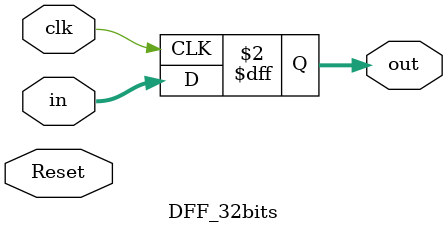
<source format=v>
`timescale 1ns / 1ps


module DFF_32bits(
    input clk,
    input Reset,
    input [31:0] in,
    output reg [31:0] out
    );
    
    always @(posedge clk/* or negedge Reset*/) begin
        //if(Reset==0) out <= 0;
        /*else*/ out <= in;
    end
    
endmodule

</source>
